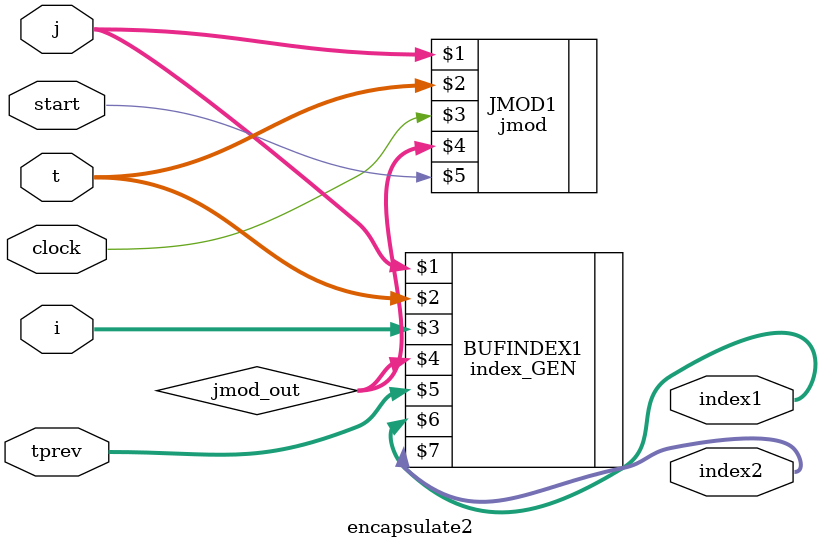
<source format=v>

module encapsulate2(i,j,t,tprev,start,clock,index1,index2);

input [4:0] i;
input [4:0] j;
input [4:0] t;
input [4:0] tprev;
input start;
input clock;
output [4:0] index1;    //for access x[k]
output [4:0] index2;    //for access x[k+t]

wire [4:0] jmod_out;

jmod JMOD1(j,t,clock,jmod_out,start);
index_GEN BUFINDEX1(j,t,i,jmod_out,tprev,index1,index2);

endmodule


</source>
